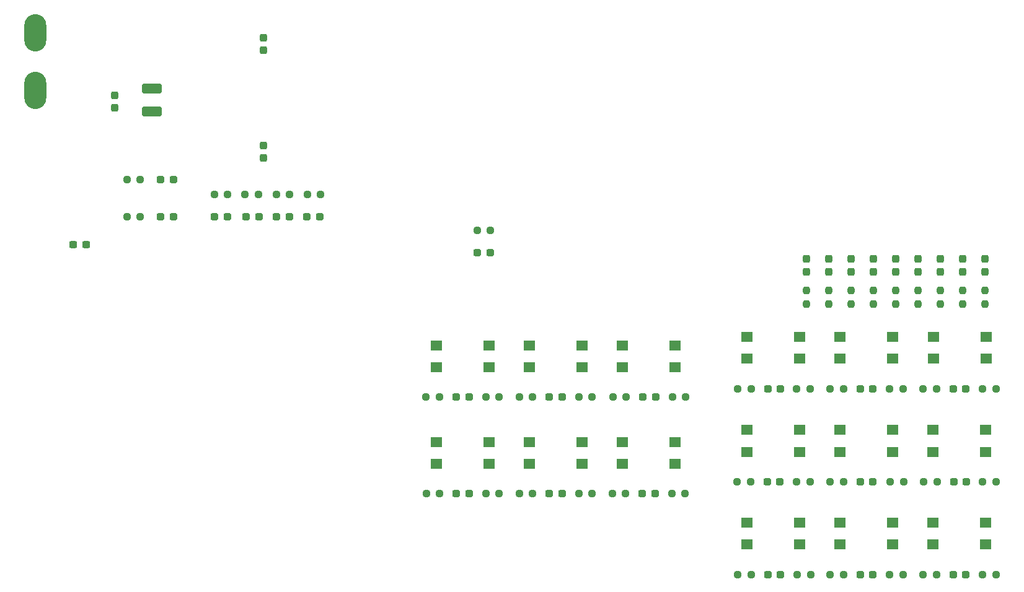
<source format=gtp>
G04 #@! TF.GenerationSoftware,KiCad,Pcbnew,(6.0.7)*
G04 #@! TF.CreationDate,2023-03-20T21:26:27-05:00*
G04 #@! TF.ProjectId,DriveBoard_Rev2,44726976-6542-46f6-9172-645f52657632,rev?*
G04 #@! TF.SameCoordinates,Original*
G04 #@! TF.FileFunction,Paste,Top*
G04 #@! TF.FilePolarity,Positive*
%FSLAX46Y46*%
G04 Gerber Fmt 4.6, Leading zero omitted, Abs format (unit mm)*
G04 Created by KiCad (PCBNEW (6.0.7)) date 2023-03-20 21:26:27*
%MOMM*%
%LPD*%
G01*
G04 APERTURE LIST*
G04 Aperture macros list*
%AMRoundRect*
0 Rectangle with rounded corners*
0 $1 Rounding radius*
0 $2 $3 $4 $5 $6 $7 $8 $9 X,Y pos of 4 corners*
0 Add a 4 corners polygon primitive as box body*
4,1,4,$2,$3,$4,$5,$6,$7,$8,$9,$2,$3,0*
0 Add four circle primitives for the rounded corners*
1,1,$1+$1,$2,$3*
1,1,$1+$1,$4,$5*
1,1,$1+$1,$6,$7*
1,1,$1+$1,$8,$9*
0 Add four rect primitives between the rounded corners*
20,1,$1+$1,$2,$3,$4,$5,0*
20,1,$1+$1,$4,$5,$6,$7,0*
20,1,$1+$1,$6,$7,$8,$9,0*
20,1,$1+$1,$8,$9,$2,$3,0*%
G04 Aperture macros list end*
%ADD10RoundRect,0.237500X-0.287500X-0.237500X0.287500X-0.237500X0.287500X0.237500X-0.287500X0.237500X0*%
%ADD11RoundRect,0.237500X-0.250000X-0.237500X0.250000X-0.237500X0.250000X0.237500X-0.250000X0.237500X0*%
%ADD12RoundRect,0.237500X0.287500X0.237500X-0.287500X0.237500X-0.287500X-0.237500X0.287500X-0.237500X0*%
%ADD13RoundRect,0.237500X-0.237500X0.287500X-0.237500X-0.287500X0.237500X-0.287500X0.237500X0.287500X0*%
%ADD14RoundRect,0.237500X-0.237500X0.250000X-0.237500X-0.250000X0.237500X-0.250000X0.237500X0.250000X0*%
%ADD15R,1.600000X1.400000*%
%ADD16RoundRect,0.237500X-0.237500X0.300000X-0.237500X-0.300000X0.237500X-0.300000X0.237500X0.300000X0*%
%ADD17RoundRect,0.250000X-1.100000X0.412500X-1.100000X-0.412500X1.100000X-0.412500X1.100000X0.412500X0*%
%ADD18RoundRect,0.237500X-0.300000X-0.237500X0.300000X-0.237500X0.300000X0.237500X-0.300000X0.237500X0*%
%ADD19O,3.000000X5.100000*%
%ADD20RoundRect,0.237500X0.237500X-0.300000X0.237500X0.300000X-0.237500X0.300000X-0.237500X-0.300000X0*%
%ADD21RoundRect,0.237500X0.250000X0.237500X-0.250000X0.237500X-0.250000X-0.237500X0.250000X-0.237500X0*%
G04 APERTURE END LIST*
D10*
X174940000Y-124573000D03*
X176690000Y-124573000D03*
D11*
X115673500Y-100330000D03*
X117498500Y-100330000D03*
X74017500Y-72644000D03*
X75842500Y-72644000D03*
D12*
X68439000Y-70612000D03*
X66689000Y-70612000D03*
D13*
X154940000Y-81421000D03*
X154940000Y-83171000D03*
D10*
X74055000Y-75692000D03*
X75805000Y-75692000D03*
X82540500Y-75692000D03*
X84290500Y-75692000D03*
X149643500Y-124573000D03*
X151393500Y-124573000D03*
X162240000Y-124573000D03*
X163990000Y-124573000D03*
D11*
X158138500Y-99173000D03*
X159963500Y-99173000D03*
D14*
X170133000Y-85739000D03*
X170133000Y-87564000D03*
D13*
X170180000Y-81421000D03*
X170180000Y-83171000D03*
X164084000Y-81421000D03*
X164084000Y-83171000D03*
D15*
X179459000Y-92085000D03*
X172259000Y-92085000D03*
X179459000Y-95085000D03*
X172259000Y-95085000D03*
D11*
X166266500Y-124573000D03*
X168091500Y-124573000D03*
D10*
X78373000Y-75692000D03*
X80123000Y-75692000D03*
D11*
X123801500Y-100330000D03*
X125626500Y-100330000D03*
X102936000Y-100330000D03*
X104761000Y-100330000D03*
X62079500Y-75692000D03*
X63904500Y-75692000D03*
X153566500Y-99173000D03*
X155391500Y-99173000D03*
D13*
X179324000Y-81421000D03*
X179324000Y-83171000D03*
D11*
X178966500Y-99173000D03*
X180791500Y-99173000D03*
D10*
X86708000Y-75692000D03*
X88458000Y-75692000D03*
D14*
X157941000Y-85739000D03*
X157941000Y-87564000D03*
D15*
X172215000Y-117485000D03*
X179415000Y-117485000D03*
X179415000Y-120485000D03*
X172215000Y-120485000D03*
D10*
X132475000Y-113538000D03*
X134225000Y-113538000D03*
D11*
X62079500Y-70612000D03*
X63904500Y-70612000D03*
X136605000Y-100330000D03*
X138430000Y-100330000D03*
D13*
X157988000Y-81421000D03*
X157988000Y-83171000D03*
D14*
X173181000Y-85739000D03*
X173181000Y-87564000D03*
D15*
X124250000Y-106450000D03*
X117050000Y-106450000D03*
X124250000Y-109450000D03*
X117050000Y-109450000D03*
D14*
X167085000Y-85739000D03*
X167085000Y-87564000D03*
D11*
X111101500Y-113538000D03*
X112926500Y-113538000D03*
D16*
X80772000Y-65939500D03*
X80772000Y-67664500D03*
D13*
X173228000Y-81421000D03*
X173228000Y-83171000D03*
D10*
X107075000Y-113538000D03*
X108825000Y-113538000D03*
X175043500Y-111906000D03*
X176793500Y-111906000D03*
D11*
X102973500Y-113538000D03*
X104798500Y-113538000D03*
X170838500Y-99173000D03*
X172663500Y-99173000D03*
X136501500Y-113538000D03*
X138326500Y-113538000D03*
X178966500Y-111906000D03*
X180791500Y-111906000D03*
X123801500Y-113538000D03*
X125626500Y-113538000D03*
X86717500Y-72644000D03*
X88542500Y-72644000D03*
X170942000Y-111906000D03*
X172767000Y-111906000D03*
D10*
X162240000Y-99173000D03*
X163990000Y-99173000D03*
D15*
X104350000Y-93242000D03*
X111550000Y-93242000D03*
X104350000Y-96242000D03*
X111550000Y-96242000D03*
D10*
X119775000Y-100330000D03*
X121525000Y-100330000D03*
D11*
X170838500Y-124573000D03*
X172663500Y-124573000D03*
D10*
X174940000Y-99173000D03*
X176690000Y-99173000D03*
D14*
X164037000Y-85739000D03*
X164037000Y-87564000D03*
D15*
X159515000Y-117485000D03*
X166715000Y-117485000D03*
X166715000Y-120485000D03*
X159515000Y-120485000D03*
D17*
X65532000Y-58127500D03*
X65532000Y-61252500D03*
D15*
X154015000Y-104818000D03*
X146815000Y-104818000D03*
X146815000Y-107818000D03*
X154015000Y-107818000D03*
D18*
X54763500Y-79502000D03*
X56488500Y-79502000D03*
D11*
X158138500Y-124573000D03*
X159963500Y-124573000D03*
X145542000Y-99173000D03*
X147367000Y-99173000D03*
D16*
X60452000Y-59081500D03*
X60452000Y-60806500D03*
D14*
X160989000Y-85739000D03*
X160989000Y-87564000D03*
D11*
X145542000Y-124573000D03*
X147367000Y-124573000D03*
D19*
X49592200Y-50521000D03*
X49592200Y-58395000D03*
D11*
X78232000Y-72644000D03*
X80057000Y-72644000D03*
D12*
X68441000Y-75692000D03*
X66691000Y-75692000D03*
D11*
X178966500Y-124573000D03*
X180791500Y-124573000D03*
D14*
X176229000Y-85739000D03*
X176229000Y-87564000D03*
D15*
X154015000Y-117485000D03*
X146815000Y-117485000D03*
X154015000Y-120485000D03*
X146815000Y-120485000D03*
D14*
X179277000Y-85739000D03*
X179277000Y-87564000D03*
D11*
X158138500Y-111906000D03*
X159963500Y-111906000D03*
D13*
X176276000Y-81421000D03*
X176276000Y-83171000D03*
D11*
X128373500Y-113538000D03*
X130198500Y-113538000D03*
X115673500Y-113538000D03*
X117498500Y-113538000D03*
D10*
X149540000Y-111906000D03*
X151290000Y-111906000D03*
D11*
X111101500Y-100330000D03*
X112926500Y-100330000D03*
D15*
X159515000Y-92085000D03*
X166715000Y-92085000D03*
X166715000Y-95085000D03*
X159515000Y-95085000D03*
X166715000Y-104818000D03*
X159515000Y-104818000D03*
X166715000Y-107818000D03*
X159515000Y-107818000D03*
D11*
X82503000Y-72644000D03*
X84328000Y-72644000D03*
D10*
X109976250Y-80561500D03*
X111726250Y-80561500D03*
D14*
X154893000Y-85739000D03*
X154893000Y-87564000D03*
D11*
X128477000Y-100330000D03*
X130302000Y-100330000D03*
D10*
X162240000Y-111906000D03*
X163990000Y-111906000D03*
X149643500Y-99173000D03*
X151393500Y-99173000D03*
X119775000Y-113538000D03*
X121525000Y-113538000D03*
D11*
X145438500Y-111906000D03*
X147263500Y-111906000D03*
X153670000Y-124573000D03*
X155495000Y-124573000D03*
X166266500Y-99173000D03*
X168091500Y-99173000D03*
D15*
X104350000Y-106450000D03*
X111550000Y-106450000D03*
X104350000Y-109450000D03*
X111550000Y-109450000D03*
D20*
X80772000Y-52932500D03*
X80772000Y-51207500D03*
D11*
X166370000Y-111906000D03*
X168195000Y-111906000D03*
D13*
X167132000Y-81421000D03*
X167132000Y-83171000D03*
D15*
X136950000Y-106450000D03*
X129750000Y-106450000D03*
X136950000Y-109450000D03*
X129750000Y-109450000D03*
D13*
X161036000Y-81421000D03*
X161036000Y-83171000D03*
D10*
X107075000Y-100330000D03*
X108825000Y-100330000D03*
D15*
X124250000Y-93242000D03*
X117050000Y-93242000D03*
X124250000Y-96242000D03*
X117050000Y-96242000D03*
D10*
X132578500Y-100330000D03*
X134328500Y-100330000D03*
D21*
X111763750Y-77513500D03*
X109938750Y-77513500D03*
D15*
X136950000Y-93242000D03*
X129750000Y-93242000D03*
X136950000Y-96242000D03*
X129750000Y-96242000D03*
D11*
X153566500Y-111906000D03*
X155391500Y-111906000D03*
D15*
X179415000Y-104818000D03*
X172215000Y-104818000D03*
X179415000Y-107818000D03*
X172215000Y-107818000D03*
X154015000Y-92085000D03*
X146815000Y-92085000D03*
X146815000Y-95085000D03*
X154015000Y-95085000D03*
M02*

</source>
